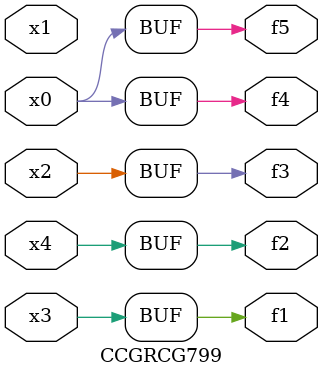
<source format=v>
module CCGRCG799(
	input x0, x1, x2, x3, x4,
	output f1, f2, f3, f4, f5
);
	assign f1 = x3;
	assign f2 = x4;
	assign f3 = x2;
	assign f4 = x0;
	assign f5 = x0;
endmodule

</source>
